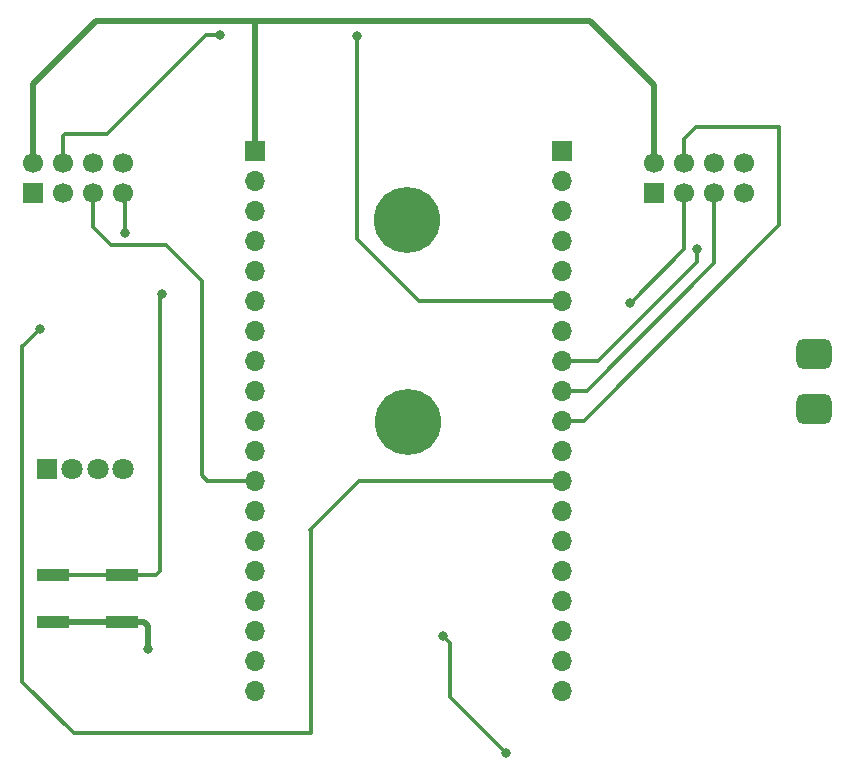
<source format=gbr>
%TF.GenerationSoftware,KiCad,Pcbnew,9.0.0*%
%TF.CreationDate,2025-07-11T11:02:08-04:00*%
%TF.ProjectId,jammerBT_v3,6a616d6d-6572-4425-945f-76332e6b6963,rev?*%
%TF.SameCoordinates,Original*%
%TF.FileFunction,Copper,L1,Top*%
%TF.FilePolarity,Positive*%
%FSLAX46Y46*%
G04 Gerber Fmt 4.6, Leading zero omitted, Abs format (unit mm)*
G04 Created by KiCad (PCBNEW 9.0.0) date 2025-07-11 11:02:08*
%MOMM*%
%LPD*%
G01*
G04 APERTURE LIST*
G04 Aperture macros list*
%AMRoundRect*
0 Rectangle with rounded corners*
0 $1 Rounding radius*
0 $2 $3 $4 $5 $6 $7 $8 $9 X,Y pos of 4 corners*
0 Add a 4 corners polygon primitive as box body*
4,1,4,$2,$3,$4,$5,$6,$7,$8,$9,$2,$3,0*
0 Add four circle primitives for the rounded corners*
1,1,$1+$1,$2,$3*
1,1,$1+$1,$4,$5*
1,1,$1+$1,$6,$7*
1,1,$1+$1,$8,$9*
0 Add four rect primitives between the rounded corners*
20,1,$1+$1,$2,$3,$4,$5,0*
20,1,$1+$1,$4,$5,$6,$7,0*
20,1,$1+$1,$6,$7,$8,$9,0*
20,1,$1+$1,$8,$9,$2,$3,0*%
G04 Aperture macros list end*
%TA.AperFunction,ComponentPad*%
%ADD10R,1.700000X1.700000*%
%TD*%
%TA.AperFunction,ComponentPad*%
%ADD11O,1.700000X1.700000*%
%TD*%
%TA.AperFunction,ComponentPad*%
%ADD12C,1.700000*%
%TD*%
%TA.AperFunction,ComponentPad*%
%ADD13R,1.800000X1.800000*%
%TD*%
%TA.AperFunction,ComponentPad*%
%ADD14C,1.800000*%
%TD*%
%TA.AperFunction,SMDPad,CuDef*%
%ADD15R,2.800000X1.000000*%
%TD*%
%TA.AperFunction,ComponentPad*%
%ADD16C,5.600000*%
%TD*%
%TA.AperFunction,ComponentPad*%
%ADD17RoundRect,0.650000X0.850000X-0.650000X0.850000X0.650000X-0.850000X0.650000X-0.850000X-0.650000X0*%
%TD*%
%TA.AperFunction,ViaPad*%
%ADD18C,0.800000*%
%TD*%
%TA.AperFunction,Conductor*%
%ADD19C,0.500000*%
%TD*%
%TA.AperFunction,Conductor*%
%ADD20C,0.300000*%
%TD*%
G04 APERTURE END LIST*
D10*
%TO.P,J3,1,Pin_1*%
%TO.N,+3.3V*%
X174880000Y-76180000D03*
D11*
%TO.P,J3,2,Pin_2*%
%TO.N,unconnected-(J3-Pin_2-Pad2)*%
X174880000Y-78720000D03*
%TO.P,J3,3,Pin_3*%
%TO.N,unconnected-(J3-Pin_3-Pad3)*%
X174880000Y-81260000D03*
%TO.P,J3,4,Pin_4*%
%TO.N,unconnected-(J3-Pin_4-Pad4)*%
X174880000Y-83800000D03*
%TO.P,J3,5,Pin_5*%
%TO.N,Net-(J3-Pin_5)*%
X174880000Y-86340000D03*
%TO.P,J3,6,Pin_6*%
%TO.N,unconnected-(J3-Pin_6-Pad6)*%
X174880000Y-88880000D03*
%TO.P,J3,7,Pin_7*%
%TO.N,unconnected-(J3-Pin_7-Pad7)*%
X174880000Y-91420000D03*
%TO.P,J3,8,Pin_8*%
%TO.N,unconnected-(J3-Pin_8-Pad8)*%
X174880000Y-93960000D03*
%TO.P,J3,9,Pin_9*%
%TO.N,unconnected-(J3-Pin_9-Pad9)*%
X174880000Y-96500000D03*
%TO.P,J3,10,Pin_10*%
%TO.N,unconnected-(J3-Pin_10-Pad10)*%
X174880000Y-99040000D03*
%TO.P,J3,11,Pin_11*%
%TO.N,unconnected-(J3-Pin_11-Pad11)*%
X174880000Y-101580000D03*
%TO.P,J3,12,Pin_12*%
%TO.N,Net-(J3-Pin_12)*%
X174880000Y-104120000D03*
%TO.P,J3,13,Pin_13*%
%TO.N,Net-(J3-Pin_13)*%
X174880000Y-106660000D03*
%TO.P,J3,14,Pin_14*%
%TO.N,GND*%
X174880000Y-109200000D03*
%TO.P,J3,15,Pin_15*%
%TO.N,Net-(J3-Pin_15)*%
X174880000Y-111740000D03*
%TO.P,J3,16,Pin_16*%
%TO.N,unconnected-(J3-Pin_16-Pad16)*%
X174880000Y-114280000D03*
%TO.P,J3,17,Pin_17*%
%TO.N,unconnected-(J3-Pin_17-Pad17)*%
X174880000Y-116820000D03*
%TO.P,J3,18,Pin_18*%
%TO.N,unconnected-(J3-Pin_18-Pad18)*%
X174880000Y-119360000D03*
%TO.P,J3,19,Pin_19*%
%TO.N,unconnected-(J3-Pin_19-Pad19)*%
X174880000Y-121900000D03*
%TD*%
D10*
%TO.P,J4,1,Pin_1*%
%TO.N,GND*%
X200920000Y-76180000D03*
D11*
%TO.P,J4,2,Pin_2*%
%TO.N,Net-(J4-Pin_2)*%
X200920000Y-78720000D03*
%TO.P,J4,3,Pin_3*%
%TO.N,Net-(J4-Pin_3)*%
X200920000Y-81260000D03*
%TO.P,J4,4,Pin_4*%
%TO.N,unconnected-(J4-Pin_4-Pad4)*%
X200920000Y-83800000D03*
%TO.P,J4,5,Pin_5*%
%TO.N,unconnected-(J4-Pin_5-Pad5)*%
X200920000Y-86340000D03*
%TO.P,J4,6,Pin_6*%
%TO.N,Net-(J4-Pin_6)*%
X200920000Y-88880000D03*
%TO.P,J4,7,Pin_7*%
%TO.N,GND*%
X200920000Y-91420000D03*
%TO.P,J4,8,Pin_8*%
%TO.N,Net-(J4-Pin_8)*%
X200920000Y-93960000D03*
%TO.P,J4,9,Pin_9*%
%TO.N,Net-(J4-Pin_9)*%
X200920000Y-96500000D03*
%TO.P,J4,10,Pin_10*%
%TO.N,Net-(J4-Pin_10)*%
X200920000Y-99040000D03*
%TO.P,J4,11,Pin_11*%
%TO.N,unconnected-(J4-Pin_11-Pad11)*%
X200920000Y-101580000D03*
%TO.P,J4,12,Pin_12*%
%TO.N,Net-(J4-Pin_12)*%
X200920000Y-104120000D03*
%TO.P,J4,13,Pin_13*%
%TO.N,Net-(J4-Pin_13)*%
X200920000Y-106660000D03*
%TO.P,J4,14,Pin_14*%
%TO.N,unconnected-(J4-Pin_14-Pad14)*%
X200920000Y-109200000D03*
%TO.P,J4,15,Pin_15*%
%TO.N,Net-(J4-Pin_15)*%
X200920000Y-111740000D03*
%TO.P,J4,16,Pin_16*%
%TO.N,Net-(J4-Pin_16)*%
X200920000Y-114280000D03*
%TO.P,J4,17,Pin_17*%
%TO.N,unconnected-(J4-Pin_17-Pad17)*%
X200920000Y-116820000D03*
%TO.P,J4,18,Pin_18*%
%TO.N,unconnected-(J4-Pin_18-Pad18)*%
X200920000Y-119360000D03*
%TO.P,J4,19,Pin_19*%
%TO.N,unconnected-(J4-Pin_19-Pad19)*%
X200920000Y-121900000D03*
%TD*%
D10*
%TO.P,U2,1,GND*%
%TO.N,GND*%
X208710000Y-79740000D03*
D12*
%TO.P,U2,2,VCC*%
%TO.N,+3.3V*%
X208710000Y-77200000D03*
%TO.P,U2,3,CE*%
%TO.N,Net-(J4-Pin_16)*%
X211250000Y-79740000D03*
%TO.P,U2,4,~{CSN}*%
%TO.N,Net-(J4-Pin_10)*%
X211250000Y-77200000D03*
%TO.P,U2,5,SCK*%
%TO.N,Net-(J4-Pin_9)*%
X213790000Y-79740000D03*
%TO.P,U2,6,MOSI*%
%TO.N,Net-(J4-Pin_2)*%
X213790000Y-77200000D03*
%TO.P,U2,7,MISO*%
%TO.N,Net-(J4-Pin_8)*%
X216330000Y-79740000D03*
%TO.P,U2,8,IRQ*%
%TO.N,unconnected-(U2-IRQ-Pad8)*%
X216330000Y-77200000D03*
%TD*%
D13*
%TO.P,D1,1,BA*%
%TO.N,Net-(D1-BA)*%
X157260000Y-103175000D03*
D14*
%TO.P,D1,2,GA*%
%TO.N,Net-(D1-GA)*%
X159419000Y-103175000D03*
%TO.P,D1,3,K*%
%TO.N,GND*%
X161578000Y-103175000D03*
%TO.P,D1,4,RA*%
%TO.N,Net-(D1-RA)*%
X163737000Y-103175000D03*
%TD*%
D15*
%TO.P,SW2,1,1*%
%TO.N,Net-(J3-Pin_5)*%
X157800000Y-112100000D03*
X163600000Y-112100000D03*
%TO.P,SW2,2,2*%
%TO.N,GND*%
X157800000Y-116100000D03*
X163600000Y-116100000D03*
%TD*%
D16*
%TO.P,H2,1*%
%TO.N,N/C*%
X187840000Y-99175000D03*
%TD*%
D17*
%TO.P,SW1,1*%
%TO.N,+BATT*%
X222250000Y-98065000D03*
%TO.P,SW1,2*%
%TO.N,+5V*%
X222250000Y-93365000D03*
%TD*%
D10*
%TO.P,U3,1,GND*%
%TO.N,GND*%
X156105000Y-79740000D03*
D12*
%TO.P,U3,2,VCC*%
%TO.N,+3.3V*%
X156105000Y-77200000D03*
%TO.P,U3,3,CE*%
%TO.N,Net-(J4-Pin_3)*%
X158645000Y-79740000D03*
%TO.P,U3,4,~{CSN}*%
%TO.N,Net-(J4-Pin_6)*%
X158645000Y-77200000D03*
%TO.P,U3,5,SCK*%
%TO.N,Net-(J3-Pin_12)*%
X161185000Y-79740000D03*
%TO.P,U3,6,MOSI*%
%TO.N,Net-(J3-Pin_15)*%
X161185000Y-77200000D03*
%TO.P,U3,7,MISO*%
%TO.N,Net-(J3-Pin_13)*%
X163725000Y-79740000D03*
%TO.P,U3,8,IRQ*%
%TO.N,unconnected-(U3-IRQ-Pad8)*%
X163725000Y-77200000D03*
%TD*%
D16*
%TO.P,H1,1*%
%TO.N,N/C*%
X187800000Y-82020000D03*
%TD*%
D18*
%TO.N,GND*%
X165820000Y-118405000D03*
%TO.N,Net-(J3-Pin_5)*%
X167019669Y-88305331D03*
X190775000Y-117250000D03*
X196120000Y-127160000D03*
%TO.N,Net-(J3-Pin_13)*%
X163900000Y-83125000D03*
%TO.N,Net-(J4-Pin_8)*%
X212350000Y-84500000D03*
%TO.N,Net-(J4-Pin_16)*%
X206625000Y-89075000D03*
%TO.N,Net-(J4-Pin_12)*%
X156700000Y-91275000D03*
%TO.N,Net-(J4-Pin_6)*%
X171975000Y-66400000D03*
X183540000Y-66490000D03*
%TD*%
D19*
%TO.N,GND*%
X165820000Y-116405000D02*
X165820000Y-118405000D01*
X163600000Y-116100000D02*
X157800000Y-116100000D01*
X163600000Y-116100000D02*
X165515000Y-116100000D01*
X165515000Y-116100000D02*
X165820000Y-116405000D01*
%TO.N,+3.3V*%
X208710000Y-77200000D02*
X208710000Y-70610000D01*
X161430000Y-65200000D02*
X174875000Y-65200000D01*
X208710000Y-70610000D02*
X203300000Y-65200000D01*
X156075000Y-77170000D02*
X156075000Y-70555000D01*
X203300000Y-65200000D02*
X174875000Y-65200000D01*
X174880000Y-76180000D02*
X174880000Y-65205000D01*
X156075000Y-70555000D02*
X161430000Y-65200000D01*
X174880000Y-65205000D02*
X174875000Y-65200000D01*
D20*
%TO.N,Net-(J3-Pin_12)*%
X170400000Y-103650000D02*
X170870000Y-104120000D01*
X161185000Y-82660000D02*
X162675000Y-84150000D01*
X167350000Y-84150000D02*
X170400000Y-87200000D01*
X170870000Y-104120000D02*
X174880000Y-104120000D01*
X161185000Y-79740000D02*
X161185000Y-82660000D01*
X162675000Y-84150000D02*
X167350000Y-84150000D01*
X170400000Y-87200000D02*
X170400000Y-103650000D01*
%TO.N,Net-(J3-Pin_5)*%
X166550000Y-112100000D02*
X163600000Y-112100000D01*
X157800000Y-112100000D02*
X163600000Y-112100000D01*
X191425000Y-117900000D02*
X191425000Y-122465000D01*
X191425000Y-122465000D02*
X196120000Y-127160000D01*
X190775000Y-117250000D02*
X191425000Y-117900000D01*
X166875000Y-88450000D02*
X166875000Y-111775000D01*
X167019669Y-88305331D02*
X166875000Y-88450000D01*
X166875000Y-111775000D02*
X166550000Y-112100000D01*
%TO.N,Net-(J3-Pin_13)*%
X163900000Y-83125000D02*
X163900000Y-79915000D01*
%TO.N,Net-(J4-Pin_9)*%
X213790000Y-79740000D02*
X213790000Y-85710000D01*
X203000000Y-96500000D02*
X200920000Y-96500000D01*
X213790000Y-85710000D02*
X203000000Y-96500000D01*
%TO.N,Net-(J4-Pin_8)*%
X212350000Y-84500000D02*
X212350000Y-85575000D01*
X212350000Y-85575000D02*
X203965000Y-93960000D01*
X203965000Y-93960000D02*
X200920000Y-93960000D01*
%TO.N,Net-(J4-Pin_16)*%
X206700000Y-89075000D02*
X206625000Y-89075000D01*
X211250000Y-79740000D02*
X211250000Y-84525000D01*
X211250000Y-84525000D02*
X206700000Y-89075000D01*
%TO.N,Net-(J4-Pin_12)*%
X200920000Y-104120000D02*
X183720000Y-104120000D01*
X155231000Y-92744000D02*
X155175000Y-92744000D01*
X155175000Y-92744000D02*
X155175000Y-121145000D01*
X156700000Y-91275000D02*
X155231000Y-92744000D01*
X179600000Y-125500000D02*
X179600000Y-108360000D01*
X155175000Y-121145000D02*
X159530000Y-125500000D01*
X183720000Y-104120000D02*
X179560000Y-108280000D01*
X159530000Y-125500000D02*
X179600000Y-125500000D01*
%TO.N,Net-(J4-Pin_10)*%
X212225000Y-74200000D02*
X219300000Y-74200000D01*
X202710000Y-99040000D02*
X200920000Y-99040000D01*
X219300000Y-82450000D02*
X202710000Y-99040000D01*
X211250000Y-77200000D02*
X211250000Y-75175000D01*
X219300000Y-74200000D02*
X219300000Y-82450000D01*
X211250000Y-75175000D02*
X212225000Y-74200000D01*
%TO.N,Net-(J4-Pin_6)*%
X171975000Y-66400000D02*
X170750000Y-66400000D01*
X188755000Y-88880000D02*
X200920000Y-88880000D01*
X158645000Y-74930000D02*
X158645000Y-77200000D01*
X183540000Y-66490000D02*
X183540000Y-83665000D01*
X162350000Y-74800000D02*
X158775000Y-74800000D01*
X170750000Y-66400000D02*
X162350000Y-74800000D01*
X183540000Y-83665000D02*
X188755000Y-88880000D01*
X158775000Y-74800000D02*
X158645000Y-74930000D01*
%TD*%
M02*

</source>
